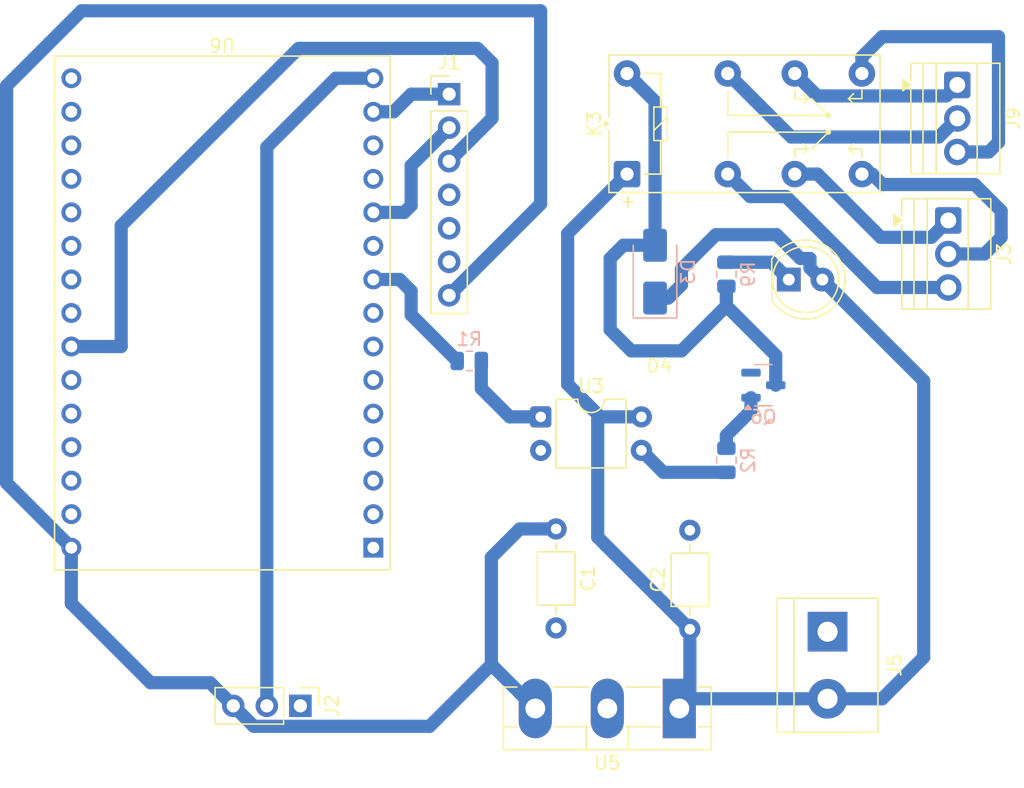
<source format=kicad_pcb>
(kicad_pcb (version 20241229) (generator "pcbnew") (generator_version "9.0")
  (layers (0 "F.Cu" signal) (2 "B.Cu" signal) (13 "F.Paste" user) (15 "B.Paste" user) (5 "F.SilkS" user "F.Silkscreen") (7 "B.SilkS" user "B.Silkscreen") (1 "F.Mask" user) (3 "B.Mask" user) (25 "Edge.Cuts" user))
  (net 0 "")
  (net 1 "GND")
  (net 2 "+5V")
  (net 3 "RV-VCC")
  (net 4 "Net-(D3-A)")
  (net 5 "Net-(D4-K)")
  (net 7 "GPIO21")
  (net 9 "GPIO22")
  (net 10 "GPIO26")
  (net 11 "GPIO23")
  (net 12 "J3 - NA")
  (net 13 "J3 - COM")
  (net 14 "J3 - NC")
  (net 15 "J4 - COM")
  (net 16 "J4 - NA")
  (net 17 "J4 - NC")
  (net 18 "Net-(Q6-B)")
  (net 19 "GPIO18")
  (net 20 "Net-(R1-Pad1)")
  (net 21 "Net-(R2-Pad1)")
  (net 23 "GPIO17")
  (net 24 "GPIO19")
  (net 29 "GPIO16")
  (footprint "Connector_PinHeader_2.54mm:PinHeader_1x07_P2.54mm_Vertical" (layer "F.Cu") (at 141.025 35.265)
    (property "Reference" "J1" (at 0 -2.38 0) (layer "F.SilkS"))
    (property "Value" "MAX98357A")
    (fp_line (start -1.38 -1.38) (end 0 -1.38) (stroke (width 0.12)) (layer "F.SilkS"))
    (fp_line (start -1.38 0) (end -1.38 -1.38) (stroke (width 0.12)) (layer "F.SilkS"))
    (fp_line (start -1.38 1.27) (end -1.38 16.62) (stroke (width 0.12)) (layer "F.SilkS"))
    (fp_line (start -1.38 1.27) (end 1.38 1.27) (stroke (width 0.12)) (layer "F.SilkS"))
    (fp_line (start -1.38 16.62) (end 1.38 16.62) (stroke (width 0.12)) (layer "F.SilkS"))
    (fp_line (start 1.38 1.27) (end 1.38 16.62) (stroke (width 0.12)) (layer "F.SilkS"))
    (pad "1" thru_hole rect (at 0 0) (size 1.7 1.7) (drill 1) (layers "*.Cu" "*.Mask") (net 9 "GPIO22"))
    (pad "2" thru_hole circle (at 0 2.54) (size 1.7 1.7) (drill 1) (layers "*.Cu" "*.Mask") (net 7 "GPIO21"))
    (pad "3" thru_hole circle (at 0 5.08) (size 1.7 1.7) (drill 1) (layers "*.Cu" "*.Mask") (net 10 "GPIO26"))
    (pad "4" thru_hole circle (at 0 7.62) (size 1.7 1.7) (drill 1) (layers "*.Cu" "*.Mask"))
    (pad "5" thru_hole circle (at 0 10.16) (size 1.7 1.7) (drill 1) (layers "*.Cu" "*.Mask"))
    (pad "6" thru_hole circle (at 0 12.7) (size 1.7 1.7) (drill 1) (layers "*.Cu" "*.Mask") (net 1 "GND"))
    (pad "7" thru_hole circle (at 0 15.24) (size 1.7 1.7) (drill 1) (layers "*.Cu" "*.Mask") (net 2 "+5V"))
  )
  (footprint "Package_DIP:DIP-4_W7.62mm" (layer "F.Cu") (at 147.960147 59.71)
    (property "Reference" "U3" (at 3.81 -2.33 0) (layer "F.SilkS"))
    (property "Value" "EL817")
    (fp_line (start 1.16 -1.33) (end 1.16 3.87) (stroke (width 0.12)) (layer "F.SilkS"))
    (fp_line (start 1.16 3.87) (end 6.46 3.87) (stroke (width 0.12)) (layer "F.SilkS"))
    (fp_line (start 2.81 -1.33) (end 1.16 -1.33) (stroke (width 0.12)) (layer "F.SilkS"))
    (fp_line (start 6.46 -1.33) (end 4.81 -1.33) (stroke (width 0.12)) (layer "F.SilkS"))
    (fp_line (start 6.46 3.87) (end 6.46 -1.33) (stroke (width 0.12)) (layer "F.SilkS"))
    (fp_arc (start 4.81 -1.33) (mid 3.81 -0.33) (end 2.81 -1.33) (stroke (width 0.12)) (layer "F.SilkS"))
    (pad "1" thru_hole roundrect (at 0 0) (size 1.6 1.6) (drill 0.8) (layers "*.Cu" "*.Mask") (roundrect_rratio 0.15625) (net 20 "Net-(R1-Pad1)"))
    (pad "2" thru_hole circle (at 0 2.54) (size 1.6 1.6) (drill 0.8) (layers "*.Cu" "*.Mask") (net 1 "GND"))
    (pad "3" thru_hole circle (at 7.62 2.54) (size 1.6 1.6) (drill 0.8) (layers "*.Cu" "*.Mask") (net 21 "Net-(R2-Pad1)"))
    (pad "4" thru_hole circle (at 7.62 0) (size 1.6 1.6) (drill 0.8) (layers "*.Cu" "*.Mask") (net 3 "RV-VCC"))
  )
  (footprint "TerminalBlock:TerminalBlock_bornier-2_P5.08mm" (layer "F.Cu") (at 169.675 75.985 -90)
    (property "Reference" "J5" (at 2.54 -5.08 90) (layer "F.SilkS"))
    (property "Value" "Screw_Terminal_01x02")
    (fp_line (start -2.54 3.81) (end 7.62 3.81) (stroke (width 0.12)) (layer "F.SilkS"))
    (fp_line (start 7.62 3.81) (end 7.62 -3.81) (stroke (width 0.12)) (layer "F.SilkS"))
    (fp_line (start 7.62 2.54) (end -2.54 2.54) (stroke (width 0.12)) (layer "F.SilkS"))
    (fp_line (start -2.54 -3.81) (end -2.54 3.81) (stroke (width 0.12)) (layer "F.SilkS"))
    (fp_line (start 7.62 -3.81) (end -2.54 -3.81) (stroke (width 0.12)) (layer "F.SilkS"))
    (pad "1" thru_hole rect (at 0 0 270) (size 3 3) (drill 1.52) (layers "*.Cu" "*.Mask") (net 1 "GND"))
    (pad "2" thru_hole circle (at 5.08 0 270) (size 3 3) (drill 1.52) (layers "*.Cu" "*.Mask") (net 3 "RV-VCC"))
  )
  (footprint "Capacitor_THT:C_Axial_L3.8mm_D2.6mm_P7.50mm_Horizontal" (layer "F.Cu") (at 159.25 75.8 90)
    (property "Reference" "C2" (at 3.75 -2.42 90) (layer "F.SilkS"))
    (property "Value" "0,33uF")
    (fp_line (start 5.77 -1.42) (end 1.73 -1.42) (stroke (width 0.12)) (layer "F.SilkS"))
    (fp_line (start 1.73 -1.42) (end 1.73 1.42) (stroke (width 0.12)) (layer "F.SilkS"))
    (fp_line (start 6.46 0) (end 5.77 0) (stroke (width 0.12)) (layer "F.SilkS"))
    (fp_line (start 1.04 0) (end 1.73 0) (stroke (width 0.12)) (layer "F.SilkS"))
    (fp_line (start 5.77 1.42) (end 5.77 -1.42) (stroke (width 0.12)) (layer "F.SilkS"))
    (fp_line (start 1.73 1.42) (end 5.77 1.42) (stroke (width 0.12)) (layer "F.SilkS"))
    (pad "1" thru_hole circle (at 0 0 90) (size 1.6 1.6) (drill 0.8) (layers "*.Cu" "*.Mask") (net 3 "RV-VCC"))
    (pad "2" thru_hole circle (at 7.5 0 90) (size 1.6 1.6) (drill 0.8) (layers "*.Cu" "*.Mask") (net 1 "GND"))
  )
  (footprint "Capacitor_THT:C_Axial_L3.8mm_D2.6mm_P7.50mm_Horizontal" (layer "F.Cu") (at 149.125 68.2 -90)
    (property "Reference" "C1" (at 3.75 -2.42 90) (layer "F.SilkS"))
    (property "Value" "0,1uF")
    (fp_line (start 1.73 1.42) (end 5.77 1.42) (stroke (width 0.12)) (layer "F.SilkS"))
    (fp_line (start 5.77 1.42) (end 5.77 -1.42) (stroke (width 0.12)) (layer "F.SilkS"))
    (fp_line (start 1.04 0) (end 1.73 0) (stroke (width 0.12)) (layer "F.SilkS"))
    (fp_line (start 6.46 0) (end 5.77 0) (stroke (width 0.12)) (layer "F.SilkS"))
    (fp_line (start 1.73 -1.42) (end 1.73 1.42) (stroke (width 0.12)) (layer "F.SilkS"))
    (fp_line (start 5.77 -1.42) (end 1.73 -1.42) (stroke (width 0.12)) (layer "F.SilkS"))
    (pad "1" thru_hole circle (at 0 0 270) (size 1.6 1.6) (drill 0.8) (layers "*.Cu" "*.Mask") (net 2 "+5V"))
    (pad "2" thru_hole circle (at 7.5 0 270) (size 1.6 1.6) (drill 0.8) (layers "*.Cu" "*.Mask") (net 1 "GND"))
  )
  (footprint "TerminalBlock:TerminalBlock_Xinya_XY308-2.54-3P_1x03_P2.54mm_Horizontal" (layer "F.Cu") (at 178.815294 44.83 -90)
    (property "Reference" "J3" (at 2.54 -4.22 90) (layer "F.SilkS"))
    (property "Value" "Screw_Terminal_01x03")
    (fp_line (start -1.64 3.52) (end -0.3 3.52) (stroke (width 0.12)) (layer "F.SilkS"))
    (fp_line (start 0.3 3.52) (end 6.72 3.52) (stroke (width 0.12)) (layer "F.SilkS"))
    (fp_line (start -1.64 2.6) (end 6.72 2.6) (stroke (width 0.12)) (layer "F.SilkS"))
    (fp_line (start -1.64 1.6) (end 6.72 1.6) (stroke (width 0.12)) (layer "F.SilkS"))
    (fp_line (start -1.64 -1.5) (end 6.72 -1.5) (stroke (width 0.12)) (layer "F.SilkS"))
    (fp_line (start -1.64 -3.22) (end -1.64 3.52) (stroke (width 0.12)) (layer "F.SilkS"))
    (fp_line (start -1.64 -3.22) (end 6.72 -3.22) (stroke (width 0.12)) (layer "F.SilkS"))
    (fp_line (start 6.72 -3.22) (end 6.72 3.52) (stroke (width 0.12)) (layer "F.SilkS"))
    (fp_poly (pts (xy 0 3.52) (xy 0.44 4.13) (xy -0.44 4.13)) (stroke (width 0.12)) (fill yes) (layer "F.SilkS"))
    (pad "1" thru_hole roundrect (at 0 0 270) (size 2 2) (drill 1.2) (layers "*.Cu" "*.Mask") (roundrect_rratio 0.125) (net 14 "J3 - NC"))
    (pad "2" thru_hole circle (at 2.54 0 270) (size 2 2) (drill 1.2) (layers "*.Cu" "*.Mask") (net 12 "J3 - NA"))
    (pad "3" thru_hole circle (at 5.08 0 270) (size 2 2) (drill 1.2) (layers "*.Cu" "*.Mask") (net 13 "J3 - COM"))
  )
  (footprint "Package_TO_SOT_THT:TO-3P-3_Vertical" (layer "F.Cu") (at 158.45 81.8 180)
    (property "Reference" "U5" (at 5.45 -4.12 0) (layer "F.SilkS"))
    (property "Value" "L7805")
    (fp_line (start 13.32 -3.12) (end 13.32 1.62) (stroke (width 0.12)) (layer "F.SilkS"))
    (fp_line (start 12.3 1.62) (end 13.32 1.62) (stroke (width 0.12)) (layer "F.SilkS"))
    (fp_line (start 12.3 -1.38) (end 13.32 -1.38) (stroke (width 0.12)) (layer "F.SilkS"))
    (fp_line (start 7.051 -3.12) (end 7.051 -1.38) (stroke (width 0.12)) (layer "F.SilkS"))
    (fp_line (start 6.85 1.62) (end 9.5 1.62) (stroke (width 0.12)) (layer "F.SilkS"))
    (fp_line (start 6.85 -1.38) (end 9.5 -1.38) (stroke (width 0.12)) (layer "F.SilkS"))
    (fp_line (start 3.85 -3.12) (end 3.85 -1.38) (stroke (width 0.12)) (layer "F.SilkS"))
    (fp_line (start 1.4 1.62) (end 4.051 1.62) (stroke (width 0.12)) (layer "F.SilkS"))
    (fp_line (start 1.4 -1.38) (end 4.051 -1.38) (stroke (width 0.12)) (layer "F.SilkS"))
    (fp_line (start -2.42 1.62) (end -1.4 1.62) (stroke (width 0.12)) (layer "F.SilkS"))
    (fp_line (start -2.42 -1.38) (end -1.4 -1.38) (stroke (width 0.12)) (layer "F.SilkS"))
    (fp_line (start -2.42 -3.12) (end 13.32 -3.12) (stroke (width 0.12)) (layer "F.SilkS"))
    (fp_line (start -2.42 -3.12) (end -2.42 1.62) (stroke (width 0.12)) (layer "F.SilkS"))
    (pad "1" thru_hole rect (at 0 0 180) (size 2.5 4.5) (drill 1.5) (layers "*.Cu" "*.Mask") (net 3 "RV-VCC"))
    (pad "2" thru_hole oval (at 5.45 0 180) (size 2.5 4.5) (drill 1.5) (layers "*.Cu" "*.Mask") (net 1 "GND"))
    (pad "3" thru_hole oval (at 10.9 0 180) (size 2.5 4.5) (drill 1.5) (layers "*.Cu" "*.Mask") (net 2 "+5V"))
  )
  (footprint "Connector_PinHeader_2.54mm:PinHeader_1x03_P2.54mm_Vertical" (layer "F.Cu") (at 129.765 81.6 -90)
    (property "Reference" "J2" (at 0 -2.38 90) (layer "F.SilkS"))
    (property "Value" "Conn_01x03_Pin")
    (fp_line (start -1.38 6.46) (end 1.38 6.46) (stroke (width 0.12)) (layer "F.SilkS"))
    (fp_line (start -1.38 1.27) (end -1.38 6.46) (stroke (width 0.12)) (layer "F.SilkS"))
    (fp_line (start -1.38 1.27) (end 1.38 1.27) (stroke (width 0.12)) (layer "F.SilkS"))
    (fp_line (start 1.38 1.27) (end 1.38 6.46) (stroke (width 0.12)) (layer "F.SilkS"))
    (fp_line (start -1.38 0) (end -1.38 -1.38) (stroke (width 0.12)) (layer "F.SilkS"))
    (fp_line (start -1.38 -1.38) (end 0 -1.38) (stroke (width 0.12)) (layer "F.SilkS"))
    (pad "1" thru_hole rect (at 0 0 270) (size 1.7 1.7) (drill 1) (layers "*.Cu" "*.Mask") (net 1 "GND"))
    (pad "2" thru_hole circle (at 0 2.54 270) (size 1.7 1.7) (drill 1) (layers "*.Cu" "*.Mask") (net 11 "GPIO23"))
    (pad "3" thru_hole circle (at 0 5.08 270) (size 1.7 1.7) (drill 1) (layers "*.Cu" "*.Mask") (net 2 "+5V"))
  )
  (footprint "RF_Module:ESP32-C3-DevKitM-1" (layer "F.Cu") (at 135.285 69.62 180)
    (property "Reference" "U6" (at 11.43 38.1 180) (layer "F.SilkS"))
    (property "Value" "ESP32DevKitv1")
    (fp_line (start 24.13 37.24) (end -1.27 37.24) (stroke (width 0.12)) (layer "F.SilkS"))
    (fp_line (start 24.13 -1.68) (end 24.13 37.24) (stroke (width 0.12)) (layer "F.SilkS"))
    (fp_line (start -1.27 37.24) (end -1.27 -1.68) (stroke (width 0.12)) (layer "F.SilkS"))
    (fp_line (start -1.27 -1.68) (end 24.13 -1.68) (stroke (width 0.12)) (layer "F.SilkS"))
    (pad "1" thru_hole rect (at 0 0 180) (size 1.5 1.5) (drill 0.9) (layers "*.Cu" "*.Mask"))
    (pad "2" thru_hole circle (at 0 2.54 180) (size 1.5 1.5) (drill 0.9) (layers "*.Cu" "*.Mask") (net 1 "GND"))
    (pad "3" thru_hole circle (at 0 5.08 180) (size 1.5 1.5) (drill 0.9) (layers "*.Cu" "*.Mask"))
    (pad "4" thru_hole circle (at 0 7.62 180) (size 1.5 1.5) (drill 0.9) (layers "*.Cu" "*.Mask"))
    (pad "5" thru_hole circle (at 0 10.16 180) (size 1.5 1.5) (drill 0.9) (layers "*.Cu" "*.Mask"))
    (pad "6" thru_hole circle (at 0 12.7 180) (size 1.5 1.5) (drill 0.9) (layers "*.Cu" "*.Mask") (net 29 "GPIO16"))
    (pad "7" thru_hole circle (at 0 15.24 180) (size 1.5 1.5) (drill 0.9) (layers "*.Cu" "*.Mask") (net 23 "GPIO17"))
    (pad "8" thru_hole circle (at 0 17.78 180) (size 1.5 1.5) (drill 0.9) (layers "*.Cu" "*.Mask"))
    (pad "9" thru_hole circle (at 0 20.32 180) (size 1.5 1.5) (drill 0.9) (layers "*.Cu" "*.Mask") (net 19 "GPIO18"))
    (pad "10" thru_hole circle (at 0 22.86 180) (size 1.5 1.5) (drill 0.9) (layers "*.Cu" "*.Mask") (net 24 "GPIO19"))
    (pad "11" thru_hole circle (at 0 25.4 180) (size 1.5 1.5) (drill 0.9) (layers "*.Cu" "*.Mask") (net 7 "GPIO21"))
    (pad "12" thru_hole circle (at 0 27.94 180) (size 1.5 1.5) (drill 0.9) (layers "*.Cu" "*.Mask"))
    (pad "13" thru_hole circle (at 0 30.48 180) (size 1.5 1.5) (drill 0.9) (layers "*.Cu" "*.Mask"))
    (pad "14" thru_hole circle (at 0 33.02 180) (size 1.5 1.5) (drill 0.9) (layers "*.Cu" "*.Mask") (net 9 "GPIO22"))
    (pad "15" thru_hole circle (at 0 35.56 180) (size 1.5 1.5) (drill 0.9) (layers "*.Cu" "*.Mask") (net 11 "GPIO23"))
    (pad "16" thru_hole circle (at 22.86 35.56 180) (size 1.5 1.5) (drill 0.9) (layers "*.Cu" "*.Mask"))
    (pad "17" thru_hole circle (at 22.86 33.02 180) (size 1.5 1.5) (drill 0.9) (layers "*.Cu" "*.Mask"))
    (pad "18" thru_hole circle (at 22.86 30.48 180) (size 1.5 1.5) (drill 0.9) (layers "*.Cu" "*.Mask"))
    (pad "19" thru_hole circle (at 22.86 27.94 180) (size 1.5 1.5) (drill 0.9) (layers "*.Cu" "*.Mask"))
    (pad "20" thru_hole circle (at 22.86 25.4 180) (size 1.5 1.5) (drill 0.9) (layers "*.Cu" "*.Mask"))
    (pad "21" thru_hole circle (at 22.86 22.86 180) (size 1.5 1.5) (drill 0.9) (layers "*.Cu" "*.Mask"))
    (pad "22" thru_hole circle (at 22.86 20.32 180) (size 1.5 1.5) (drill 0.9) (layers "*.Cu" "*.Mask"))
    (pad "23" thru_hole circle (at 22.86 17.78 180) (size 1.5 1.5) (drill 0.9) (layers "*.Cu" "*.Mask"))
    (pad "24" thru_hole circle (at 22.86 15.24 180) (size 1.5 1.5) (drill 0.9) (layers "*.Cu" "*.Mask") (net 10 "GPIO26"))
    (pad "25" thru_hole circle (at 22.86 12.7 180) (size 1.5 1.5) (drill 0.9) (layers "*.Cu" "*.Mask"))
    (pad "26" thru_hole circle (at 22.86 10.16 180) (size 1.5 1.5) (drill 0.9) (layers "*.Cu" "*.Mask"))
    (pad "27" thru_hole circle (at 22.86 7.62 180) (size 1.5 1.5) (drill 0.9) (layers "*.Cu" "*.Mask"))
    (pad "28" thru_hole circle (at 22.86 5.08 180) (size 1.5 1.5) (drill 0.9) (layers "*.Cu" "*.Mask"))
    (pad "29" thru_hole circle (at 22.86 2.54 180) (size 1.5 1.5) (drill 0.9) (layers "*.Cu" "*.Mask") (net 1 "GND"))
    (pad "30" thru_hole circle (at 22.86 0 180) (size 1.5 1.5) (drill 0.9) (layers "*.Cu" "*.Mask") (net 2 "+5V"))
  )
  (footprint "TerminalBlock:TerminalBlock_Xinya_XY308-2.54-3P_1x03_P2.54mm_Horizontal" (layer "F.Cu") (at 179.497794 34.565 -90)
    (property "Reference" "J9" (at 2.54 -4.22 90) (layer "F.SilkS"))
    (property "Value" "Screw_Terminal_01x03")
    (fp_line (start -1.64 3.52) (end -0.3 3.52) (stroke (width 0.12)) (layer "F.SilkS"))
    (fp_line (start 0.3 3.52) (end 6.72 3.52) (stroke (width 0.12)) (layer "F.SilkS"))
    (fp_line (start -1.64 2.6) (end 6.72 2.6) (stroke (width 0.12)) (layer "F.SilkS"))
    (fp_line (start -1.64 1.6) (end 6.72 1.6) (stroke (width 0.12)) (layer "F.SilkS"))
    (fp_line (start -1.64 -1.5) (end 6.72 -1.5) (stroke (width 0.12)) (layer "F.SilkS"))
    (fp_line (start -1.64 -3.22) (end -1.64 3.52) (stroke (width 0.12)) (layer "F.SilkS"))
    (fp_line (start -1.64 -3.22) (end 6.72 -3.22) (stroke (width 0.12)) (layer "F.SilkS"))
    (fp_line (start 6.72 -3.22) (end 6.72 3.52) (stroke (width 0.12)) (layer "F.SilkS"))
    (fp_poly (pts (xy 0 3.52) (xy 0.44 4.13) (xy -0.44 4.13)) (stroke (width 0.12)) (fill yes) (layer "F.SilkS"))
    (pad "1" thru_hole roundrect (at 0 0 270) (size 2 2) (drill 1.2) (layers "*.Cu" "*.Mask") (roundrect_rratio 0.125) (net 17 "J4 - NC"))
    (pad "2" thru_hole circle (at 2.54 0 270) (size 2 2) (drill 1.2) (layers "*.Cu" "*.Mask") (net 15 "J4 - COM"))
    (pad "3" thru_hole circle (at 5.08 0 270) (size 2 2) (drill 1.2) (layers "*.Cu" "*.Mask") (net 16 "J4 - NA"))
  )
  (footprint "Relay_THT:Relay_DPDT_Omron_G6A" (layer "F.Cu") (at 154.495 41.32 90)
    (property "Reference" "K3" (at 3.81 -2.5 90) (layer "F.SilkS"))
    (property "Value" "G6AU")
    (fp_line (start 9.02 -1.37) (end 4.318 -1.37) (stroke (width 0.12)) (layer "F.SilkS"))
    (fp_line (start 3.302 -1.37) (end -1.4 -1.37) (stroke (width 0.12)) (layer "F.SilkS"))
    (fp_line (start -1.4 -1.37) (end -1.4 19.15) (stroke (width 0.12)) (layer "F.SilkS"))
    (fp_line (start 0 1.27) (end 0 2.54) (stroke (width 0.12)) (layer "F.SilkS"))
    (fp_line (start 5.08 2.03) (end 5.08 2.54) (stroke (width 0.12)) (layer "F.SilkS"))
    (fp_line (start 3.302 2.03) (end 4.318 3.05) (stroke (width 0.12)) (layer "F.SilkS"))
    (fp_line (start 2.54 2.03) (end 5.08 2.03) (stroke (width 0.12)) (layer "F.SilkS"))
    (fp_line (start 7.62 2.54) (end 7.62 1.27) (stroke (width 0.12)) (layer "F.SilkS"))
    (fp_line (start 5.08 2.54) (end 7.62 2.54) (stroke (width 0.12)) (layer "F.SilkS"))
    (fp_line (start 5.08 2.54) (end 5.08 3.05) (stroke (width 0.12)) (layer "F.SilkS"))
    (fp_line (start 2.54 2.54) (end 2.54 2.03) (stroke (width 0.12)) (layer "F.SilkS"))
    (fp_line (start 0 2.54) (end 2.54 2.54) (stroke (width 0.12)) (layer "F.SilkS"))
    (fp_line (start 5.08 3.05) (end 2.54 3.05) (stroke (width 0.12)) (layer "F.SilkS"))
    (fp_line (start 2.54 3.05) (end 2.54 2.54) (stroke (width 0.12)) (layer "F.SilkS"))
    (fp_line (start 6.35 7.62) (end 4.445 7.62) (stroke (width 0.12)) (layer "F.SilkS"))
    (fp_line (start 4.445 7.62) (end 4.445 15.24) (stroke (width 0.12)) (layer "F.SilkS"))
    (fp_line (start 3.175 7.62) (end 3.175 15.24) (stroke (width 0.12)) (layer "F.SilkS"))
    (fp_line (start 1.27 7.62) (end 3.175 7.62) (stroke (width 0.12)) (layer "F.SilkS"))
    (fp_line (start 6.35 12.7) (end 5.715 12.7) (stroke (width 0.12)) (layer "F.SilkS"))
    (fp_line (start 5.715 12.7) (end 5.715 13.716) (stroke (width 0.12)) (layer "F.SilkS"))
    (fp_line (start 1.905 12.7) (end 1.905 13.716) (stroke (width 0.12)) (layer "F.SilkS"))
    (fp_line (start 1.27 12.7) (end 1.905 12.7) (stroke (width 0.12)) (layer "F.SilkS"))
    (fp_line (start 5.715 13.716) (end 6.096 13.335) (stroke (width 0.12)) (layer "F.SilkS"))
    (fp_line (start 5.715 13.716) (end 5.334 13.335) (stroke (width 0.12)) (layer "F.SilkS"))
    (fp_line (start 1.905 13.716) (end 2.286 13.335) (stroke (width 0.12)) (layer "F.SilkS"))
    (fp_line (start 1.905 13.716) (end 1.524 13.335) (stroke (width 0.12)) (layer "F.SilkS"))
    (fp_line (start 4.445 15.24) (end 5.715 13.97) (stroke (width 0.12)) (layer "F.SilkS"))
    (fp_line (start 3.175 15.24) (end 1.905 13.97) (stroke (width 0.12)) (layer "F.SilkS"))
    (fp_line (start 5.715 16.764) (end 6.096 17.145) (stroke (width 0.12)) (layer "F.SilkS"))
    (fp_line (start 5.715 16.764) (end 5.334 17.145) (stroke (width 0.12)) (layer "F.SilkS"))
    (fp_line (start 5.715 16.764) (end 5.715 17.78) (stroke (width 0.12)) (layer "F.SilkS"))
    (fp_line (start 1.905 16.764) (end 2.286 17.145) (stroke (width 0.12)) (layer "F.SilkS"))
    (fp_line (start 1.905 16.764) (end 1.524 17.145) (stroke (width 0.12)) (layer "F.SilkS"))
    (fp_line (start 1.905 16.764) (end 1.905 17.78) (stroke (width 0.12)) (layer "F.SilkS"))
    (fp_line (start 6.35 17.78) (end 5.715 17.78) (stroke (width 0.12)) (layer "F.SilkS"))
    (fp_line (start 1.27 17.78) (end 1.905 17.78) (stroke (width 0.12)) (layer "F.SilkS"))
    (fp_line (start 9.02 19.15) (end 9.02 -1.37) (stroke (width 0.12)) (layer "F.SilkS"))
    (fp_line (start -1.4 19.15) (end 9.02 19.15) (stroke (width 0.12)) (layer "F.SilkS"))
    (fp_circle (center 4.445 15.24) (end 4.575 15.24) (stroke (width 0.15)) (fill no) (layer "F.SilkS"))
    (fp_circle (center 3.175 15.24) (end 3.305 15.24) (stroke (width 0.15)) (fill no) (layer "F.SilkS"))
    (fp_poly (pts (xy 3.81 -1.37) (xy 3.61 -1.709411) (xy 4.01 -1.709411) (xy 3.81 -1.37)) (stroke (width 0.12)) (fill yes) (layer "F.SilkS"))
    (fp_text user "+" (at -2.1 0 90) (layer "F.SilkS"))
    (pad "11" thru_hole circle (at 0 7.62 90) (size 2 2) (drill 1) (layers "*.Cu" "*.Mask") (net 13 "J3 - COM"))
    (pad "12" thru_hole circle (at 0 12.7 90) (size 2 2) (drill 1) (layers "*.Cu" "*.Mask") (net 14 "J3 - NC"))
    (pad "14" thru_hole circle (at 0 17.78 90) (size 2 2) (drill 1) (layers "*.Cu" "*.Mask") (net 12 "J3 - NA"))
    (pad "21" thru_hole circle (at 7.62 7.62 90) (size 2 2) (drill 1) (layers "*.Cu" "*.Mask") (net 15 "J4 - COM"))
    (pad "22" thru_hole circle (at 7.62 12.7 90) (size 2 2) (drill 1) (layers "*.Cu" "*.Mask") (net 17 "J4 - NC"))
    (pad "24" thru_hole circle (at 7.62 17.78 90) (size 2 2) (drill 1) (layers "*.Cu" "*.Mask") (net 16 "J4 - NA"))
    (pad "A1" thru_hole roundrect (at 0 0 90) (size 2 2) (drill 1) (layers "*.Cu" "*.Mask") (roundrect_rratio 0.125) (net 3 "RV-VCC"))
    (pad "A2" thru_hole circle (at 7.62 0 90) (size 2 2) (drill 1) (layers "*.Cu" "*.Mask") (net 4 "Net-(D3-A)"))
  )
  (footprint "LED_THT:LED_D5.0mm_Clear" (layer "F.Cu") (at 166.740294 49.31)
    (property "Reference" "D4" (at -9.8 6.52 0) (layer "F.SilkS"))
    (property "Value" "LED")
    (fp_line (start -1.29 -1.545) (end -1.29 1.545) (stroke (width 0.12)) (layer "F.SilkS"))
    (fp_arc (start -1.29 -1.54483) (mid 2.071756 -2.880501) (end 4.26 -0.000048) (stroke (width 0.12)) (layer "F.SilkS"))
    (fp_arc (start 4.26 0.000048) (mid 2.071756 2.880501) (end -1.29 1.54483) (stroke (width 0.12)) (layer "F.SilkS"))
    (fp_circle (center 1.27 0) (end 3.77 0) (stroke (width 0.12)) (fill no) (layer "F.SilkS"))
    (pad "1" thru_hole rect (at 0 0) (size 1.8 1.8) (drill 0.9) (layers "*.Cu" "*.Mask") (net 5 "Net-(D4-K)"))
    (pad "2" thru_hole circle (at 2.54 0) (size 1.8 1.8) (drill 0.9) (layers "*.Cu" "*.Mask") (net 3 "RV-VCC"))
  )
  (footprint "Resistor_SMD:R_0805_2012Metric" (layer "B.Cu") (at 162.015294 62.9975 90)
    (property "Reference" "R2" (at 0 1.65 90) (layer "B.SilkS") (effects (justify mirror)))
    (property "Value" "R")
    (fp_line (start -0.227064 -0.735) (end 0.227064 -0.735) (stroke (width 0.12)) (layer "B.SilkS"))
    (fp_line (start -0.227064 0.735) (end 0.227064 0.735) (stroke (width 0.12)) (layer "B.SilkS"))
    (pad "1" smd roundrect (at -0.9125 0 90) (size 1.025 1.4) (layers "B.Cu" "B.Mask" "B.Paste") (roundrect_rratio 0.243902) (net 21 "Net-(R2-Pad1)"))
    (pad "2" smd roundrect (at 0.9125 0 90) (size 1.025 1.4) (layers "B.Cu" "B.Mask" "B.Paste") (roundrect_rratio 0.243902) (net 18 "Net-(Q6-B)"))
  )
  (footprint "Resistor_SMD:R_0805_2012Metric" (layer "B.Cu") (at 162.015294 48.91 90)
    (property "Reference" "R9" (at 0 1.65 90) (layer "B.SilkS") (effects (justify mirror)))
    (property "Value" "R")
    (fp_line (start -0.227064 -0.735) (end 0.227064 -0.735) (stroke (width 0.12)) (layer "B.SilkS"))
    (fp_line (start -0.227064 0.735) (end 0.227064 0.735) (stroke (width 0.12)) (layer "B.SilkS"))
    (pad "1" smd roundrect (at -0.9125 0 90) (size 1.025 1.4) (layers "B.Cu" "B.Mask" "B.Paste") (roundrect_rratio 0.243902) (net 4 "Net-(D3-A)"))
    (pad "2" smd roundrect (at 0.9125 0 90) (size 1.025 1.4) (layers "B.Cu" "B.Mask" "B.Paste") (roundrect_rratio 0.243902) (net 5 "Net-(D4-K)"))
  )
  (footprint "Diode_SMD:D_SMA" (layer "B.Cu") (at 156.615294 48.71 90)
    (property "Reference" "D3" (at 0 2.5 90) (layer "B.SilkS") (effects (justify mirror)))
    (property "Value" "D")
    (fp_line (start -3.51 -1.65) (end 2 -1.65) (stroke (width 0.12)) (layer "B.SilkS"))
    (fp_line (start -3.51 1.65) (end -3.51 -1.65) (stroke (width 0.12)) (layer "B.SilkS"))
    (fp_line (start -3.51 1.65) (end 2 1.65) (stroke (width 0.12)) (layer "B.SilkS"))
    (pad "1" smd roundrect (at -2 0 90) (size 2.5 1.8) (layers "B.Cu" "B.Mask" "B.Paste") (roundrect_rratio 0.1388888889) (net 3 "RV-VCC"))
    (pad "2" smd roundrect (at 2 0 90) (size 2.5 1.8) (layers "B.Cu" "B.Mask" "B.Paste") (roundrect_rratio 0.1388888889) (net 4 "Net-(D3-A)"))
  )
  (footprint "Package_TO_SOT_SMD:SOT-23" (layer "B.Cu") (at 164.815294 57.31)
    (property "Reference" "Q6" (at 0 2.4 0) (layer "B.SilkS") (effects (justify mirror)))
    (property "Value" "MMBT2222A")
    (fp_line (start 0 -1.56) (end -0.65 -1.56) (stroke (width 0.12)) (layer "B.SilkS"))
    (fp_line (start 0 -1.56) (end 0.65 -1.56) (stroke (width 0.12)) (layer "B.SilkS"))
    (fp_line (start 0 1.56) (end -0.65 1.56) (stroke (width 0.12)) (layer "B.SilkS"))
    (fp_line (start 0 1.56) (end 0.65 1.56) (stroke (width 0.12)) (layer "B.SilkS"))
    (fp_poly (pts (xy -1.1625 1.51) (xy -1.4025 1.84) (xy -0.9225 1.84)) (stroke (width 0.12)) (fill yes) (layer "B.SilkS"))
    (pad "1" smd roundrect (at -0.9375 0.95) (size 1.475 0.6) (layers "B.Cu" "B.Mask" "B.Paste") (net 18 "Net-(Q6-B)"))
    (pad "2" smd roundrect (at -0.9375 -0.95) (size 1.475 0.6) (layers "B.Cu" "B.Mask" "B.Paste") (net 1 "GND"))
    (pad "3" smd roundrect (at 0.9375 0) (size 1.475 0.6) (layers "B.Cu" "B.Mask" "B.Paste") (net 4 "Net-(D3-A)"))
  )
  (footprint "Resistor_SMD:R_0805_2012Metric" (layer "B.Cu") (at 142.55 55.475 180)
    (property "Reference" "R1" (at 0 1.65 0) (layer "B.SilkS") (effects (justify mirror)))
    (property "Value" "R")
    (fp_line (start -0.227064 0.735) (end 0.227064 0.735) (stroke (width 0.12)) (layer "B.SilkS"))
    (fp_line (start -0.227064 -0.735) (end 0.227064 -0.735) (stroke (width 0.12)) (layer "B.SilkS"))
    (pad "1" smd roundrect (at -0.9125 0 180) (size 1.025 1.4) (layers "B.Cu" "B.Mask" "B.Paste") (roundrect_rratio 0.243902) (net 20 "Net-(R1-Pad1)"))
    (pad "2" smd roundrect (at 0.9125 0 180) (size 1.025 1.4) (layers "B.Cu" "B.Mask" "B.Paste") (roundrect_rratio 0.243902) (net 19 "GPIO18"))
  )
  (segment (start 147.95 28.95) (end 113.2 28.95) (width 1) (layer "B.Cu") (net 2))
  (segment (start 146.375 68.2) (end 149.125 68.2) (width 1) (layer "B.Cu") (net 2))
  (segment (start 139.549 83.151) (end 144.225 78.475) (width 1) (layer "B.Cu") (net 2))
  (segment (start 144.225 78.475) (end 144.225 70.35) (width 1) (layer "B.Cu") (net 2))
  (segment (start 107.525 64.72) (end 112.425 69.62) (width 1) (layer "B.Cu") (net 2))
  (segment (start 112.425 73.85) (end 118.425 79.85) (width 1) (layer "B.Cu") (net 2))
  (segment (start 122.935 79.85) (end 124.685 81.6) (width 1) (layer "B.Cu") (net 2))
  (segment (start 147.55 81.8) (end 144.225 78.475) (width 1) (layer "B.Cu") (net 2))
  (segment (start 112.425 69.62) (end 112.425 73.85) (width 1) (layer "B.Cu") (net 2))
  (segment (start 147.95 43.58) (end 147.95 28.95) (width 1) (layer "B.Cu") (net 2))
  (segment (start 141.025 50.505) (end 147.95 43.58) (width 1) (layer "B.Cu") (net 2))
  (segment (start 113.2 28.95) (end 107.525 34.625) (width 1) (layer "B.Cu") (net 2))
  (segment (start 118.425 79.85) (end 122.935 79.85) (width 1) (layer "B.Cu") (net 2))
  (segment (start 107.525 34.625) (end 107.525 64.72) (width 1) (layer "B.Cu") (net 2))
  (segment (start 126.236 83.151) (end 139.549 83.151) (width 1) (layer "B.Cu") (net 2))
  (segment (start 124.685 81.6) (end 126.236 83.151) (width 1) (layer "B.Cu") (net 2))
  (segment (start 144.225 70.35) (end 146.375 68.2) (width 1) (layer "B.Cu") (net 2))
  (segment (start 176.95 56.979706) (end 176.95 77.925) (width 1) (layer "B.Cu") (net 3))
  (segment (start 165.815294 45.91) (end 161.215294 45.91) (width 1) (layer "B.Cu") (net 3))
  (segment (start 168.341294 48.436) (end 168.341294 47.709) (width 1) (layer "B.Cu") (net 3))
  (segment (start 154.495 41.32) (end 150 45.815) (width 1) (layer "B.Cu") (net 3))
  (segment (start 169.215294 49.31) (end 168.341294 48.436) (width 1) (layer "B.Cu") (net 3))
  (segment (start 176.95 77.925) (end 173.81 81.065) (width 1) (layer "B.Cu") (net 3))
  (segment (start 169.675 81.065) (end 159.185 81.065) (width 1) (layer "B.Cu") (net 3))
  (segment (start 159.25 75.8) (end 159.25 81) (width 1) (layer "B.Cu") (net 3))
  (segment (start 158.615294 49.71) (end 157.615294 50.71) (width 1) (layer "B.Cu") (net 3))
  (segment (start 158.615294 48.51) (end 158.615294 49.71) (width 1) (layer "B.Cu") (net 3))
  (segment (start 152.275 68.825) (end 159.25 75.8) (width 1) (layer "B.Cu") (net 3))
  (segment (start 159.25 81) (end 158.45 81.8) (width 1) (layer "B.Cu") (net 3))
  (segment (start 152.275 59.9) (end 152.275 68.825) (width 1) (layer "B.Cu") (net 3))
  (segment (start 168.341294 47.709) (end 167.614294 47.709) (width 1) (layer "B.Cu") (net 3))
  (segment (start 155.580147 59.71) (end 152.465 59.71) (width 1) (layer "B.Cu") (net 3))
  (segment (start 150 45.815) (end 150 57.245) (width 1) (layer "B.Cu") (net 3))
  (segment (start 157.615294 50.71) (end 156.615294 50.71) (width 1) (layer "B.Cu") (net 3))
  (segment (start 152.465 59.71) (end 152.275 59.9) (width 1) (layer "B.Cu") (net 3))
  (segment (start 159.185 81.065) (end 158.45 81.8) (width 1) (layer "B.Cu") (net 3))
  (segment (start 167.614294 47.709) (end 165.815294 45.91) (width 1) (layer "B.Cu") (net 3))
  (segment (start 161.215294 45.91) (end 158.615294 48.51) (width 1) (layer "B.Cu") (net 3))
  (segment (start 169.280294 49.31) (end 176.95 56.979706) (width 1) (layer "B.Cu") (net 3))
  (segment (start 150 57.245) (end 152.465 59.71) (width 1) (layer "B.Cu") (net 3))
  (segment (start 173.81 81.065) (end 169.675 81.065) (width 1) (layer "B.Cu") (net 3))
  (segment (start 169.280294 49.31) (end 169.215294 49.31) (width 1) (layer "B.Cu") (net 3))
  (segment (start 165.752794 57.31) (end 165.752794 55.0475) (width 1) (layer "B.Cu") (net 4))
  (segment (start 153.215294 53.11) (end 154.815294 54.71) (width 1) (layer "B.Cu") (net 4))
  (segment (start 154.215294 46.71) (end 153.215294 47.71) (width 1) (layer "B.Cu") (net 4))
  (segment (start 154.495 33.7) (end 156.615294 35.820294) (width 1) (layer "B.Cu") (net 4))
  (segment (start 162.015294 51.31) (end 162.015294 50.71) (width 1) (layer "B.Cu") (net 4))
  (segment (start 154.815294 54.71) (end 158.615294 54.71) (width 1) (layer "B.Cu") (net 4))
  (segment (start 156.615294 46.71) (end 154.215294 46.71) (width 1) (layer "B.Cu") (net 4))
  (segment (start 158.615294 54.71) (end 162.015294 51.31) (width 1) (layer "B.Cu") (net 4))
  (segment (start 165.752794 55.0475) (end 162.015294 51.31) (width 1) (layer "B.Cu") (net 4))
  (segment (start 162.015294 50.71) (end 162.015294 49.8225) (width 1) (layer "B.Cu") (net 4))
  (segment (start 153.215294 47.71) (end 153.215294 53.11) (width 1) (layer "B.Cu") (net 4))
  (segment (start 156.615294 35.820294) (end 156.615294 46.71) (width 1) (layer "B.Cu") (net 4))
  (segment (start 165.427794 47.9975) (end 166.740294 49.31) (width 1) (layer "B.Cu") (net 5))
  (segment (start 162.015294 47.9975) (end 165.427794 47.9975) (width 1) (layer "B.Cu") (net 5))
  (segment (start 137.63 44.22) (end 135.285 44.22) (width 1) (layer "B.Cu") (net 7))
  (segment (start 141.025 37.805) (end 138.15 40.68) (width 1) (layer "B.Cu") (net 7))
  (segment (start 138.15 43.7) (end 137.63 44.22) (width 1) (layer "B.Cu") (net 7))
  (segment (start 138.15 40.68) (end 138.15 43.7) (width 1) (layer "B.Cu") (net 7))
  (segment (start 135.285 36.6) (end 136.825 36.6) (width 1) (layer "B.Cu") (net 9))
  (segment (start 138.16 35.265) (end 141.025 35.265) (width 1) (layer "B.Cu") (net 9))
  (segment (start 136.825 36.6) (end 138.16 35.265) (width 1) (layer "B.Cu") (net 9))
  (segment (start 116.2 45.225) (end 116.2 54.38) (width 1) (layer "B.Cu") (net 10))
  (segment (start 129.625 31.8) (end 116.2 45.225) (width 1) (layer "B.Cu") (net 10))
  (segment (start 144.275 32.9) (end 143.175 31.8) (width 1) (layer "B.Cu") (net 10))
  (segment (start 143.175 31.8) (end 129.625 31.8) (width 1) (layer "B.Cu") (net 10))
  (segment (start 144.275 37.095) (end 144.275 32.9) (width 1) (layer "B.Cu") (net 10))
  (segment (start 141.025 40.345) (end 144.275 37.095) (width 1) (layer "B.Cu") (net 10))
  (segment (start 116.2 54.38) (end 112.425 54.38) (width 1) (layer "B.Cu") (net 10))
  (segment (start 132.44 34.06) (end 135.285 34.06) (width 1) (layer "B.Cu") (net 11))
  (segment (start 127.225 81.6) (end 127.225 39.275) (width 1) (layer "B.Cu") (net 11))
  (segment (start 127.225 39.275) (end 132.44 34.06) (width 1) (layer "B.Cu") (net 11))
  (segment (start 182.815294 46.11) (end 182.815294 44.11) (width 1) (layer "B.Cu") (net 12))
  (segment (start 173.840147 42.11) (end 173.050147 41.32) (width 1) (layer "B.Cu") (net 12))
  (segment (start 173.050147 41.32) (end 172.275 41.32) (width 1) (layer "B.Cu") (net 12))
  (segment (start 182.815294 44.11) (end 180.815294 42.11) (width 1) (layer "B.Cu") (net 12))
  (segment (start 180.815294 42.11) (end 173.840147 42.11) (width 1) (layer "B.Cu") (net 12))
  (segment (start 181.555294 47.37) (end 182.815294 46.11) (width 1) (layer "B.Cu") (net 12))
  (segment (start 178.815294 47.37) (end 181.555294 47.37) (width 1) (layer "B.Cu") (net 12))
  (segment (start 173.415294 49.91) (end 178.815294 49.91) (width 1) (layer "B.Cu") (net 13))
  (segment (start 163.816 43.021) (end 166.526294 43.021) (width 1) (layer "B.Cu") (net 13))
  (segment (start 166.526294 43.021) (end 173.415294 49.91) (width 1) (layer "B.Cu") (net 13))
  (segment (start 162.115 41.32) (end 163.816 43.021) (width 1) (layer "B.Cu") (net 13))
  (segment (start 173.699584 46.11) (end 168.909584 41.32) (width 1) (layer "B.Cu") (net 14))
  (segment (start 168.909584 41.32) (end 167.195 41.32) (width 1) (layer "B.Cu") (net 14))
  (segment (start 178.815294 44.83) (end 177.535294 46.11) (width 1) (layer "B.Cu") (net 14))
  (segment (start 177.535294 46.11) (end 173.699584 46.11) (width 1) (layer "B.Cu") (net 14))
  (segment (start 179.497794 37.105) (end 178.092794 38.51) (width 1) (layer "B.Cu") (net 15))
  (segment (start 166.925 38.51) (end 162.115 33.7) (width 1) (layer "B.Cu") (net 15))
  (segment (start 178.092794 38.51) (end 166.925 38.51) (width 1) (layer "B.Cu") (net 15))
  (segment (start 182.615294 38.91) (end 182.615294 30.91) (width 1) (layer "B.Cu") (net 16))
  (segment (start 182.615294 30.91) (end 173.815294 30.91) (width 1) (layer "B.Cu") (net 16))
  (segment (start 181.880294 39.645) (end 182.615294 38.91) (width 1) (layer "B.Cu") (net 16))
  (segment (start 173.815294 30.91) (end 172.275 32.450294) (width 1) (layer "B.Cu") (net 16))
  (segment (start 172.275 32.450294) (end 172.275 33.7) (width 1) (layer "B.Cu") (net 16))
  (segment (start 179.497794 39.645) (end 181.880294 39.645) (width 1) (layer "B.Cu") (net 16))
  (segment (start 168.896 35.401) (end 167.195 33.7) (width 1) (layer "B.Cu") (net 17))
  (segment (start 179.497794 34.565) (end 178.661794 35.401) (width 1) (layer "B.Cu") (net 17))
  (segment (start 178.661794 35.401) (end 168.896 35.401) (width 1) (layer "B.Cu") (net 17))
  (segment (start 162.015294 61.11) (end 162.015294 62.085) (width 1) (layer "B.Cu") (net 18))
  (segment (start 163.877794 59.2475) (end 162.015294 61.11) (width 1) (layer "B.Cu") (net 18))
  (segment (start 163.877794 58.26) (end 163.877794 59.2475) (width 1) (layer "B.Cu") (net 18))
  (segment (start 138.15 50.175) (end 137.275 49.3) (width 1) (layer "B.Cu") (net 19))
  (segment (start 137.275 49.3) (end 135.285 49.3) (width 1) (layer "B.Cu") (net 19))
  (segment (start 138.15 51.9875) (end 138.15 50.175) (width 1) (layer "B.Cu") (net 19))
  (segment (start 141.6375 55.475) (end 138.15 51.9875) (width 1) (layer "B.Cu") (net 19))
  (segment (start 143.4625 57.5625) (end 143.4625 55.475) (width 1) (layer "B.Cu") (net 20))
  (segment (start 147.960147 59.71) (end 145.61 59.71) (width 1) (layer "B.Cu") (net 20))
  (segment (start 145.61 59.71) (end 143.4625 57.5625) (width 1) (layer "B.Cu") (net 20))
  (segment (start 162.015294 63.91) (end 157.240147 63.91) (width 1) (layer "B.Cu") (net 21))
  (segment (start 157.240147 63.91) (end 155.580147 62.25) (width 1) (layer "B.Cu") (net 21))
)
</source>
